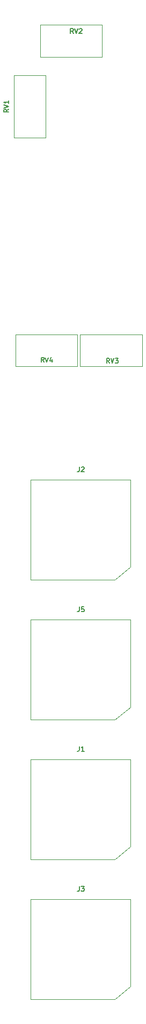
<source format=gbr>
%TF.GenerationSoftware,KiCad,Pcbnew,(5.1.9)-1*%
%TF.CreationDate,2021-09-21T18:31:50+01:00*%
%TF.ProjectId,Kosmo Noise,4b6f736d-6f20-44e6-9f69-73652e6b6963,rev?*%
%TF.SameCoordinates,Original*%
%TF.FileFunction,Legend,Top*%
%TF.FilePolarity,Positive*%
%FSLAX46Y46*%
G04 Gerber Fmt 4.6, Leading zero omitted, Abs format (unit mm)*
G04 Created by KiCad (PCBNEW (5.1.9)-1) date 2021-09-21 18:31:50*
%MOMM*%
%LPD*%
G01*
G04 APERTURE LIST*
%ADD10C,0.120000*%
%ADD11C,0.150000*%
G04 APERTURE END LIST*
D10*
%TO.C,J2*%
X34369500Y-113577500D02*
X21119500Y-113577500D01*
X36869500Y-97827500D02*
X36869500Y-111527500D01*
X36869500Y-111527500D02*
X36869500Y-111577500D01*
X21119500Y-97827500D02*
X36869500Y-97827500D01*
X21119500Y-113577500D02*
X21119500Y-97827500D01*
X36869500Y-111577500D02*
X34369500Y-113577500D01*
%TO.C,J1*%
X34369500Y-157583000D02*
X21119500Y-157583000D01*
X36869500Y-141833000D02*
X36869500Y-155533000D01*
X36869500Y-155533000D02*
X36869500Y-155583000D01*
X21119500Y-141833000D02*
X36869500Y-141833000D01*
X21119500Y-157583000D02*
X21119500Y-141833000D01*
X36869500Y-155583000D02*
X34369500Y-157583000D01*
%TO.C,J3*%
X36869500Y-177617500D02*
X34369500Y-179617500D01*
X21119500Y-179617500D02*
X21119500Y-163867500D01*
X21119500Y-163867500D02*
X36869500Y-163867500D01*
X36869500Y-177567500D02*
X36869500Y-177617500D01*
X36869500Y-163867500D02*
X36869500Y-177567500D01*
X34369500Y-179617500D02*
X21119500Y-179617500D01*
%TO.C,J5*%
X36869500Y-133612000D02*
X34369500Y-135612000D01*
X21119500Y-135612000D02*
X21119500Y-119862000D01*
X21119500Y-119862000D02*
X36869500Y-119862000D01*
X36869500Y-133562000D02*
X36869500Y-133612000D01*
X36869500Y-119862000D02*
X36869500Y-133562000D01*
X34369500Y-135612000D02*
X21119500Y-135612000D01*
%TO.C,RV1*%
X18418000Y-34175000D02*
X23488000Y-34175000D01*
X18418000Y-43945000D02*
X23488000Y-43945000D01*
X23488000Y-43945000D02*
X23488000Y-34175000D01*
X18418000Y-43945000D02*
X18418000Y-34175000D01*
%TO.C,RV2*%
X22603000Y-26228500D02*
X32373000Y-26228500D01*
X22603000Y-31298500D02*
X32373000Y-31298500D01*
X22603000Y-26228500D02*
X22603000Y-31298500D01*
X32373000Y-26228500D02*
X32373000Y-31298500D01*
%TO.C,RV3*%
X28904500Y-80007000D02*
X28904500Y-74937000D01*
X38674500Y-80007000D02*
X38674500Y-74937000D01*
X38674500Y-74937000D02*
X28904500Y-74937000D01*
X38674500Y-80007000D02*
X28904500Y-80007000D01*
%TO.C,RV4*%
X28451000Y-80007000D02*
X18681000Y-80007000D01*
X28451000Y-74937000D02*
X18681000Y-74937000D01*
X28451000Y-80007000D02*
X28451000Y-74937000D01*
X18681000Y-80007000D02*
X18681000Y-74937000D01*
%TO.C,J2*%
D11*
X28769500Y-95816785D02*
X28769500Y-96352500D01*
X28733785Y-96459642D01*
X28662357Y-96531071D01*
X28555214Y-96566785D01*
X28483785Y-96566785D01*
X29090928Y-95888214D02*
X29126642Y-95852500D01*
X29198071Y-95816785D01*
X29376642Y-95816785D01*
X29448071Y-95852500D01*
X29483785Y-95888214D01*
X29519500Y-95959642D01*
X29519500Y-96031071D01*
X29483785Y-96138214D01*
X29055214Y-96566785D01*
X29519500Y-96566785D01*
%TO.C,J1*%
X28769500Y-139822285D02*
X28769500Y-140358000D01*
X28733785Y-140465142D01*
X28662357Y-140536571D01*
X28555214Y-140572285D01*
X28483785Y-140572285D01*
X29519500Y-140572285D02*
X29090928Y-140572285D01*
X29305214Y-140572285D02*
X29305214Y-139822285D01*
X29233785Y-139929428D01*
X29162357Y-140000857D01*
X29090928Y-140036571D01*
%TO.C,J3*%
X28769500Y-161856785D02*
X28769500Y-162392500D01*
X28733785Y-162499642D01*
X28662357Y-162571071D01*
X28555214Y-162606785D01*
X28483785Y-162606785D01*
X29055214Y-161856785D02*
X29519500Y-161856785D01*
X29269500Y-162142500D01*
X29376642Y-162142500D01*
X29448071Y-162178214D01*
X29483785Y-162213928D01*
X29519500Y-162285357D01*
X29519500Y-162463928D01*
X29483785Y-162535357D01*
X29448071Y-162571071D01*
X29376642Y-162606785D01*
X29162357Y-162606785D01*
X29090928Y-162571071D01*
X29055214Y-162535357D01*
%TO.C,J5*%
X28769500Y-117851285D02*
X28769500Y-118387000D01*
X28733785Y-118494142D01*
X28662357Y-118565571D01*
X28555214Y-118601285D01*
X28483785Y-118601285D01*
X29483785Y-117851285D02*
X29126642Y-117851285D01*
X29090928Y-118208428D01*
X29126642Y-118172714D01*
X29198071Y-118137000D01*
X29376642Y-118137000D01*
X29448071Y-118172714D01*
X29483785Y-118208428D01*
X29519500Y-118279857D01*
X29519500Y-118458428D01*
X29483785Y-118529857D01*
X29448071Y-118565571D01*
X29376642Y-118601285D01*
X29198071Y-118601285D01*
X29126642Y-118565571D01*
X29090928Y-118529857D01*
%TO.C,RV1*%
X17627285Y-39506428D02*
X17270142Y-39756428D01*
X17627285Y-39935000D02*
X16877285Y-39935000D01*
X16877285Y-39649285D01*
X16913000Y-39577857D01*
X16948714Y-39542142D01*
X17020142Y-39506428D01*
X17127285Y-39506428D01*
X17198714Y-39542142D01*
X17234428Y-39577857D01*
X17270142Y-39649285D01*
X17270142Y-39935000D01*
X16877285Y-39292142D02*
X17627285Y-39042142D01*
X16877285Y-38792142D01*
X17627285Y-38149285D02*
X17627285Y-38577857D01*
X17627285Y-38363571D02*
X16877285Y-38363571D01*
X16984428Y-38435000D01*
X17055857Y-38506428D01*
X17091571Y-38577857D01*
%TO.C,RV2*%
X27811071Y-27580785D02*
X27561071Y-27223642D01*
X27382500Y-27580785D02*
X27382500Y-26830785D01*
X27668214Y-26830785D01*
X27739642Y-26866500D01*
X27775357Y-26902214D01*
X27811071Y-26973642D01*
X27811071Y-27080785D01*
X27775357Y-27152214D01*
X27739642Y-27187928D01*
X27668214Y-27223642D01*
X27382500Y-27223642D01*
X28025357Y-26830785D02*
X28275357Y-27580785D01*
X28525357Y-26830785D01*
X28739642Y-26902214D02*
X28775357Y-26866500D01*
X28846785Y-26830785D01*
X29025357Y-26830785D01*
X29096785Y-26866500D01*
X29132500Y-26902214D01*
X29168214Y-26973642D01*
X29168214Y-27045071D01*
X29132500Y-27152214D01*
X28703928Y-27580785D01*
X29168214Y-27580785D01*
%TO.C,RV3*%
X33526071Y-79460285D02*
X33276071Y-79103142D01*
X33097500Y-79460285D02*
X33097500Y-78710285D01*
X33383214Y-78710285D01*
X33454642Y-78746000D01*
X33490357Y-78781714D01*
X33526071Y-78853142D01*
X33526071Y-78960285D01*
X33490357Y-79031714D01*
X33454642Y-79067428D01*
X33383214Y-79103142D01*
X33097500Y-79103142D01*
X33740357Y-78710285D02*
X33990357Y-79460285D01*
X34240357Y-78710285D01*
X34418928Y-78710285D02*
X34883214Y-78710285D01*
X34633214Y-78996000D01*
X34740357Y-78996000D01*
X34811785Y-79031714D01*
X34847500Y-79067428D01*
X34883214Y-79138857D01*
X34883214Y-79317428D01*
X34847500Y-79388857D01*
X34811785Y-79424571D01*
X34740357Y-79460285D01*
X34526071Y-79460285D01*
X34454642Y-79424571D01*
X34418928Y-79388857D01*
%TO.C,RV4*%
X23175571Y-79333285D02*
X22925571Y-78976142D01*
X22747000Y-79333285D02*
X22747000Y-78583285D01*
X23032714Y-78583285D01*
X23104142Y-78619000D01*
X23139857Y-78654714D01*
X23175571Y-78726142D01*
X23175571Y-78833285D01*
X23139857Y-78904714D01*
X23104142Y-78940428D01*
X23032714Y-78976142D01*
X22747000Y-78976142D01*
X23389857Y-78583285D02*
X23639857Y-79333285D01*
X23889857Y-78583285D01*
X24461285Y-78833285D02*
X24461285Y-79333285D01*
X24282714Y-78547571D02*
X24104142Y-79083285D01*
X24568428Y-79083285D01*
%TD*%
M02*

</source>
